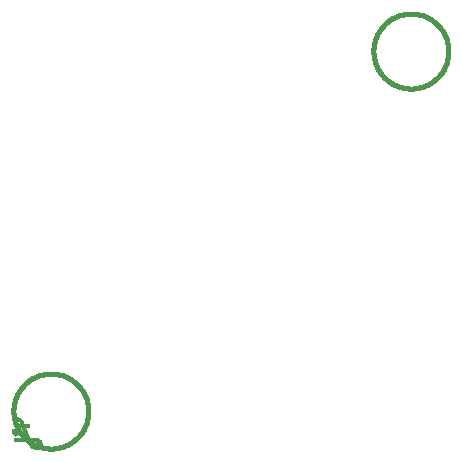
<source format=gbo>
G75*
%MOIN*%
%OFA0B0*%
%FSLAX25Y25*%
%IPPOS*%
%LPD*%
%AMOC8*
5,1,8,0,0,1.08239X$1,22.5*
%
%ADD10C,0.01600*%
%ADD11R,0.02100X0.00350*%
%ADD12R,0.04200X0.00350*%
%ADD13R,0.01750X0.00350*%
%ADD14R,0.06650X0.00350*%
%ADD15R,0.04900X0.00350*%
%ADD16R,0.02450X0.00350*%
%ADD17R,0.07000X0.00350*%
%ADD18R,0.05600X0.00350*%
%ADD19R,0.02800X0.00350*%
%ADD20R,0.00350X0.00350*%
%ADD21R,0.03150X0.00350*%
%ADD22R,0.03500X0.00350*%
%ADD23R,0.06300X0.00350*%
%ADD24R,0.01400X0.00350*%
%ADD25R,0.11200X0.00350*%
%ADD26R,0.05950X0.00350*%
%ADD27R,0.05250X0.00350*%
%ADD28R,0.07700X0.00350*%
%ADD29R,0.17150X0.00350*%
%ADD30R,0.09100X0.00350*%
%ADD31R,0.07350X0.00350*%
%ADD32R,0.18200X0.00350*%
%ADD33R,0.09450X0.00350*%
%ADD34R,0.08050X0.00350*%
%ADD35R,0.18900X0.00350*%
%ADD36R,0.03850X0.00350*%
%ADD37R,0.09800X0.00350*%
%ADD38R,0.19250X0.00350*%
%ADD39R,0.08400X0.00350*%
%ADD40R,0.19600X0.00350*%
%ADD41R,0.10150X0.00350*%
%ADD42R,0.08750X0.00350*%
%ADD43R,0.19950X0.00350*%
%ADD44R,0.20300X0.00350*%
%ADD45R,0.10500X0.00350*%
%ADD46R,0.04550X0.00350*%
%ADD47R,0.00700X0.00350*%
%ADD48R,0.12950X0.00350*%
%ADD49R,0.21700X0.00350*%
%ADD50R,0.13300X0.00350*%
%ADD51R,0.12600X0.00350*%
%ADD52R,0.21350X0.00350*%
%ADD53R,0.21000X0.00350*%
%ADD54R,0.11900X0.00350*%
%ADD55R,0.00050X0.00050*%
%ADD56R,0.00200X0.00050*%
%ADD57R,0.01100X0.00050*%
%ADD58R,0.01450X0.00050*%
%ADD59R,0.01750X0.00050*%
%ADD60R,0.02000X0.00050*%
%ADD61R,0.02250X0.00050*%
%ADD62R,0.02400X0.00050*%
%ADD63R,0.02600X0.00050*%
%ADD64R,0.02750X0.00050*%
%ADD65R,0.02850X0.00050*%
%ADD66R,0.03000X0.00050*%
%ADD67R,0.03100X0.00050*%
%ADD68R,0.03200X0.00050*%
%ADD69R,0.03300X0.00050*%
%ADD70R,0.03450X0.00050*%
%ADD71R,0.03500X0.00050*%
%ADD72R,0.03650X0.00050*%
%ADD73R,0.03700X0.00050*%
%ADD74R,0.03750X0.00050*%
%ADD75R,0.03850X0.00050*%
%ADD76R,0.03900X0.00050*%
%ADD77R,0.04000X0.00050*%
%ADD78R,0.04050X0.00050*%
%ADD79R,0.04100X0.00050*%
%ADD80R,0.04200X0.00050*%
%ADD81R,0.01700X0.00050*%
%ADD82R,0.01950X0.00050*%
%ADD83R,0.01600X0.00050*%
%ADD84R,0.01850X0.00050*%
%ADD85R,0.01800X0.00050*%
%ADD86R,0.01500X0.00050*%
%ADD87R,0.01650X0.00050*%
%ADD88R,0.01400X0.00050*%
%ADD89R,0.01350X0.00050*%
%ADD90R,0.01550X0.00050*%
%ADD91R,0.01300X0.00050*%
%ADD92R,0.08550X0.00050*%
%ADD93R,0.08850X0.00050*%
%ADD94R,0.08950X0.00050*%
%ADD95R,0.09000X0.00050*%
%ADD96R,0.09050X0.00050*%
%ADD97R,0.08800X0.00050*%
%ADD98R,0.08750X0.00050*%
%ADD99R,0.08650X0.00050*%
%ADD100R,0.08600X0.00050*%
%ADD101R,0.08450X0.00050*%
%ADD102R,0.08350X0.00050*%
%ADD103R,0.08150X0.00050*%
%ADD104R,0.07850X0.00050*%
%ADD105R,0.07500X0.00050*%
%ADD106R,0.06600X0.00050*%
%ADD107R,0.00100X0.00050*%
%ADD108R,0.00300X0.00050*%
%ADD109R,0.00400X0.00050*%
%ADD110R,0.00500X0.00050*%
%ADD111R,0.00600X0.00050*%
%ADD112R,0.00700X0.00050*%
%ADD113R,0.00900X0.00050*%
%ADD114R,0.01000X0.00050*%
%ADD115R,0.01200X0.00050*%
%ADD116R,0.01900X0.00050*%
%ADD117R,0.02100X0.00050*%
%ADD118R,0.02200X0.00050*%
%ADD119R,0.02300X0.00050*%
%ADD120R,0.02500X0.00050*%
%ADD121R,0.02650X0.00050*%
%ADD122R,0.02700X0.00050*%
%ADD123R,0.02800X0.00050*%
%ADD124R,0.01250X0.00050*%
%ADD125R,0.01150X0.00050*%
%ADD126R,0.01050X0.00050*%
%ADD127R,0.00950X0.00050*%
%ADD128R,0.00850X0.00050*%
%ADD129R,0.00650X0.00050*%
%ADD130R,0.00450X0.00050*%
%ADD131R,0.03400X0.00050*%
%ADD132R,0.03800X0.00050*%
%ADD133R,0.04350X0.00050*%
%ADD134R,0.04450X0.00050*%
%ADD135R,0.04550X0.00050*%
%ADD136R,0.04650X0.00050*%
%ADD137R,0.04750X0.00050*%
%ADD138R,0.04850X0.00050*%
%ADD139R,0.04950X0.00050*%
%ADD140R,0.05000X0.00050*%
%ADD141R,0.05050X0.00050*%
%ADD142R,0.04900X0.00050*%
%ADD143R,0.04700X0.00050*%
%ADD144R,0.03250X0.00050*%
%ADD145R,0.03150X0.00050*%
%ADD146R,0.03050X0.00050*%
%ADD147R,0.02950X0.00050*%
%ADD148R,0.02550X0.00050*%
D10*
X0033878Y0043933D02*
X0033882Y0044240D01*
X0033893Y0044546D01*
X0033912Y0044853D01*
X0033938Y0045158D01*
X0033972Y0045463D01*
X0034013Y0045767D01*
X0034062Y0046070D01*
X0034118Y0046372D01*
X0034182Y0046672D01*
X0034253Y0046970D01*
X0034331Y0047267D01*
X0034416Y0047562D01*
X0034509Y0047854D01*
X0034609Y0048144D01*
X0034716Y0048432D01*
X0034830Y0048717D01*
X0034950Y0048999D01*
X0035078Y0049277D01*
X0035213Y0049553D01*
X0035354Y0049825D01*
X0035502Y0050094D01*
X0035656Y0050359D01*
X0035817Y0050620D01*
X0035985Y0050878D01*
X0036158Y0051131D01*
X0036338Y0051379D01*
X0036524Y0051623D01*
X0036715Y0051863D01*
X0036913Y0052098D01*
X0037116Y0052327D01*
X0037325Y0052552D01*
X0037539Y0052772D01*
X0037759Y0052986D01*
X0037984Y0053195D01*
X0038213Y0053398D01*
X0038448Y0053596D01*
X0038688Y0053787D01*
X0038932Y0053973D01*
X0039180Y0054153D01*
X0039433Y0054326D01*
X0039691Y0054494D01*
X0039952Y0054655D01*
X0040217Y0054809D01*
X0040486Y0054957D01*
X0040758Y0055098D01*
X0041034Y0055233D01*
X0041312Y0055361D01*
X0041594Y0055481D01*
X0041879Y0055595D01*
X0042167Y0055702D01*
X0042457Y0055802D01*
X0042749Y0055895D01*
X0043044Y0055980D01*
X0043341Y0056058D01*
X0043639Y0056129D01*
X0043939Y0056193D01*
X0044241Y0056249D01*
X0044544Y0056298D01*
X0044848Y0056339D01*
X0045153Y0056373D01*
X0045458Y0056399D01*
X0045765Y0056418D01*
X0046071Y0056429D01*
X0046378Y0056433D01*
X0046685Y0056429D01*
X0046991Y0056418D01*
X0047298Y0056399D01*
X0047603Y0056373D01*
X0047908Y0056339D01*
X0048212Y0056298D01*
X0048515Y0056249D01*
X0048817Y0056193D01*
X0049117Y0056129D01*
X0049415Y0056058D01*
X0049712Y0055980D01*
X0050007Y0055895D01*
X0050299Y0055802D01*
X0050589Y0055702D01*
X0050877Y0055595D01*
X0051162Y0055481D01*
X0051444Y0055361D01*
X0051722Y0055233D01*
X0051998Y0055098D01*
X0052270Y0054957D01*
X0052539Y0054809D01*
X0052804Y0054655D01*
X0053065Y0054494D01*
X0053323Y0054326D01*
X0053576Y0054153D01*
X0053824Y0053973D01*
X0054068Y0053787D01*
X0054308Y0053596D01*
X0054543Y0053398D01*
X0054772Y0053195D01*
X0054997Y0052986D01*
X0055217Y0052772D01*
X0055431Y0052552D01*
X0055640Y0052327D01*
X0055843Y0052098D01*
X0056041Y0051863D01*
X0056232Y0051623D01*
X0056418Y0051379D01*
X0056598Y0051131D01*
X0056771Y0050878D01*
X0056939Y0050620D01*
X0057100Y0050359D01*
X0057254Y0050094D01*
X0057402Y0049825D01*
X0057543Y0049553D01*
X0057678Y0049277D01*
X0057806Y0048999D01*
X0057926Y0048717D01*
X0058040Y0048432D01*
X0058147Y0048144D01*
X0058247Y0047854D01*
X0058340Y0047562D01*
X0058425Y0047267D01*
X0058503Y0046970D01*
X0058574Y0046672D01*
X0058638Y0046372D01*
X0058694Y0046070D01*
X0058743Y0045767D01*
X0058784Y0045463D01*
X0058818Y0045158D01*
X0058844Y0044853D01*
X0058863Y0044546D01*
X0058874Y0044240D01*
X0058878Y0043933D01*
X0058874Y0043626D01*
X0058863Y0043320D01*
X0058844Y0043013D01*
X0058818Y0042708D01*
X0058784Y0042403D01*
X0058743Y0042099D01*
X0058694Y0041796D01*
X0058638Y0041494D01*
X0058574Y0041194D01*
X0058503Y0040896D01*
X0058425Y0040599D01*
X0058340Y0040304D01*
X0058247Y0040012D01*
X0058147Y0039722D01*
X0058040Y0039434D01*
X0057926Y0039149D01*
X0057806Y0038867D01*
X0057678Y0038589D01*
X0057543Y0038313D01*
X0057402Y0038041D01*
X0057254Y0037772D01*
X0057100Y0037507D01*
X0056939Y0037246D01*
X0056771Y0036988D01*
X0056598Y0036735D01*
X0056418Y0036487D01*
X0056232Y0036243D01*
X0056041Y0036003D01*
X0055843Y0035768D01*
X0055640Y0035539D01*
X0055431Y0035314D01*
X0055217Y0035094D01*
X0054997Y0034880D01*
X0054772Y0034671D01*
X0054543Y0034468D01*
X0054308Y0034270D01*
X0054068Y0034079D01*
X0053824Y0033893D01*
X0053576Y0033713D01*
X0053323Y0033540D01*
X0053065Y0033372D01*
X0052804Y0033211D01*
X0052539Y0033057D01*
X0052270Y0032909D01*
X0051998Y0032768D01*
X0051722Y0032633D01*
X0051444Y0032505D01*
X0051162Y0032385D01*
X0050877Y0032271D01*
X0050589Y0032164D01*
X0050299Y0032064D01*
X0050007Y0031971D01*
X0049712Y0031886D01*
X0049415Y0031808D01*
X0049117Y0031737D01*
X0048817Y0031673D01*
X0048515Y0031617D01*
X0048212Y0031568D01*
X0047908Y0031527D01*
X0047603Y0031493D01*
X0047298Y0031467D01*
X0046991Y0031448D01*
X0046685Y0031437D01*
X0046378Y0031433D01*
X0046071Y0031437D01*
X0045765Y0031448D01*
X0045458Y0031467D01*
X0045153Y0031493D01*
X0044848Y0031527D01*
X0044544Y0031568D01*
X0044241Y0031617D01*
X0043939Y0031673D01*
X0043639Y0031737D01*
X0043341Y0031808D01*
X0043044Y0031886D01*
X0042749Y0031971D01*
X0042457Y0032064D01*
X0042167Y0032164D01*
X0041879Y0032271D01*
X0041594Y0032385D01*
X0041312Y0032505D01*
X0041034Y0032633D01*
X0040758Y0032768D01*
X0040486Y0032909D01*
X0040217Y0033057D01*
X0039952Y0033211D01*
X0039691Y0033372D01*
X0039433Y0033540D01*
X0039180Y0033713D01*
X0038932Y0033893D01*
X0038688Y0034079D01*
X0038448Y0034270D01*
X0038213Y0034468D01*
X0037984Y0034671D01*
X0037759Y0034880D01*
X0037539Y0035094D01*
X0037325Y0035314D01*
X0037116Y0035539D01*
X0036913Y0035768D01*
X0036715Y0036003D01*
X0036524Y0036243D01*
X0036338Y0036487D01*
X0036158Y0036735D01*
X0035985Y0036988D01*
X0035817Y0037246D01*
X0035656Y0037507D01*
X0035502Y0037772D01*
X0035354Y0038041D01*
X0035213Y0038313D01*
X0035078Y0038589D01*
X0034950Y0038867D01*
X0034830Y0039149D01*
X0034716Y0039434D01*
X0034609Y0039722D01*
X0034509Y0040012D01*
X0034416Y0040304D01*
X0034331Y0040599D01*
X0034253Y0040896D01*
X0034182Y0041194D01*
X0034118Y0041494D01*
X0034062Y0041796D01*
X0034013Y0042099D01*
X0033972Y0042403D01*
X0033938Y0042708D01*
X0033912Y0043013D01*
X0033893Y0043320D01*
X0033882Y0043626D01*
X0033878Y0043933D01*
X0153878Y0163933D02*
X0153882Y0164240D01*
X0153893Y0164546D01*
X0153912Y0164853D01*
X0153938Y0165158D01*
X0153972Y0165463D01*
X0154013Y0165767D01*
X0154062Y0166070D01*
X0154118Y0166372D01*
X0154182Y0166672D01*
X0154253Y0166970D01*
X0154331Y0167267D01*
X0154416Y0167562D01*
X0154509Y0167854D01*
X0154609Y0168144D01*
X0154716Y0168432D01*
X0154830Y0168717D01*
X0154950Y0168999D01*
X0155078Y0169277D01*
X0155213Y0169553D01*
X0155354Y0169825D01*
X0155502Y0170094D01*
X0155656Y0170359D01*
X0155817Y0170620D01*
X0155985Y0170878D01*
X0156158Y0171131D01*
X0156338Y0171379D01*
X0156524Y0171623D01*
X0156715Y0171863D01*
X0156913Y0172098D01*
X0157116Y0172327D01*
X0157325Y0172552D01*
X0157539Y0172772D01*
X0157759Y0172986D01*
X0157984Y0173195D01*
X0158213Y0173398D01*
X0158448Y0173596D01*
X0158688Y0173787D01*
X0158932Y0173973D01*
X0159180Y0174153D01*
X0159433Y0174326D01*
X0159691Y0174494D01*
X0159952Y0174655D01*
X0160217Y0174809D01*
X0160486Y0174957D01*
X0160758Y0175098D01*
X0161034Y0175233D01*
X0161312Y0175361D01*
X0161594Y0175481D01*
X0161879Y0175595D01*
X0162167Y0175702D01*
X0162457Y0175802D01*
X0162749Y0175895D01*
X0163044Y0175980D01*
X0163341Y0176058D01*
X0163639Y0176129D01*
X0163939Y0176193D01*
X0164241Y0176249D01*
X0164544Y0176298D01*
X0164848Y0176339D01*
X0165153Y0176373D01*
X0165458Y0176399D01*
X0165765Y0176418D01*
X0166071Y0176429D01*
X0166378Y0176433D01*
X0166685Y0176429D01*
X0166991Y0176418D01*
X0167298Y0176399D01*
X0167603Y0176373D01*
X0167908Y0176339D01*
X0168212Y0176298D01*
X0168515Y0176249D01*
X0168817Y0176193D01*
X0169117Y0176129D01*
X0169415Y0176058D01*
X0169712Y0175980D01*
X0170007Y0175895D01*
X0170299Y0175802D01*
X0170589Y0175702D01*
X0170877Y0175595D01*
X0171162Y0175481D01*
X0171444Y0175361D01*
X0171722Y0175233D01*
X0171998Y0175098D01*
X0172270Y0174957D01*
X0172539Y0174809D01*
X0172804Y0174655D01*
X0173065Y0174494D01*
X0173323Y0174326D01*
X0173576Y0174153D01*
X0173824Y0173973D01*
X0174068Y0173787D01*
X0174308Y0173596D01*
X0174543Y0173398D01*
X0174772Y0173195D01*
X0174997Y0172986D01*
X0175217Y0172772D01*
X0175431Y0172552D01*
X0175640Y0172327D01*
X0175843Y0172098D01*
X0176041Y0171863D01*
X0176232Y0171623D01*
X0176418Y0171379D01*
X0176598Y0171131D01*
X0176771Y0170878D01*
X0176939Y0170620D01*
X0177100Y0170359D01*
X0177254Y0170094D01*
X0177402Y0169825D01*
X0177543Y0169553D01*
X0177678Y0169277D01*
X0177806Y0168999D01*
X0177926Y0168717D01*
X0178040Y0168432D01*
X0178147Y0168144D01*
X0178247Y0167854D01*
X0178340Y0167562D01*
X0178425Y0167267D01*
X0178503Y0166970D01*
X0178574Y0166672D01*
X0178638Y0166372D01*
X0178694Y0166070D01*
X0178743Y0165767D01*
X0178784Y0165463D01*
X0178818Y0165158D01*
X0178844Y0164853D01*
X0178863Y0164546D01*
X0178874Y0164240D01*
X0178878Y0163933D01*
X0178874Y0163626D01*
X0178863Y0163320D01*
X0178844Y0163013D01*
X0178818Y0162708D01*
X0178784Y0162403D01*
X0178743Y0162099D01*
X0178694Y0161796D01*
X0178638Y0161494D01*
X0178574Y0161194D01*
X0178503Y0160896D01*
X0178425Y0160599D01*
X0178340Y0160304D01*
X0178247Y0160012D01*
X0178147Y0159722D01*
X0178040Y0159434D01*
X0177926Y0159149D01*
X0177806Y0158867D01*
X0177678Y0158589D01*
X0177543Y0158313D01*
X0177402Y0158041D01*
X0177254Y0157772D01*
X0177100Y0157507D01*
X0176939Y0157246D01*
X0176771Y0156988D01*
X0176598Y0156735D01*
X0176418Y0156487D01*
X0176232Y0156243D01*
X0176041Y0156003D01*
X0175843Y0155768D01*
X0175640Y0155539D01*
X0175431Y0155314D01*
X0175217Y0155094D01*
X0174997Y0154880D01*
X0174772Y0154671D01*
X0174543Y0154468D01*
X0174308Y0154270D01*
X0174068Y0154079D01*
X0173824Y0153893D01*
X0173576Y0153713D01*
X0173323Y0153540D01*
X0173065Y0153372D01*
X0172804Y0153211D01*
X0172539Y0153057D01*
X0172270Y0152909D01*
X0171998Y0152768D01*
X0171722Y0152633D01*
X0171444Y0152505D01*
X0171162Y0152385D01*
X0170877Y0152271D01*
X0170589Y0152164D01*
X0170299Y0152064D01*
X0170007Y0151971D01*
X0169712Y0151886D01*
X0169415Y0151808D01*
X0169117Y0151737D01*
X0168817Y0151673D01*
X0168515Y0151617D01*
X0168212Y0151568D01*
X0167908Y0151527D01*
X0167603Y0151493D01*
X0167298Y0151467D01*
X0166991Y0151448D01*
X0166685Y0151437D01*
X0166378Y0151433D01*
X0166071Y0151437D01*
X0165765Y0151448D01*
X0165458Y0151467D01*
X0165153Y0151493D01*
X0164848Y0151527D01*
X0164544Y0151568D01*
X0164241Y0151617D01*
X0163939Y0151673D01*
X0163639Y0151737D01*
X0163341Y0151808D01*
X0163044Y0151886D01*
X0162749Y0151971D01*
X0162457Y0152064D01*
X0162167Y0152164D01*
X0161879Y0152271D01*
X0161594Y0152385D01*
X0161312Y0152505D01*
X0161034Y0152633D01*
X0160758Y0152768D01*
X0160486Y0152909D01*
X0160217Y0153057D01*
X0159952Y0153211D01*
X0159691Y0153372D01*
X0159433Y0153540D01*
X0159180Y0153713D01*
X0158932Y0153893D01*
X0158688Y0154079D01*
X0158448Y0154270D01*
X0158213Y0154468D01*
X0157984Y0154671D01*
X0157759Y0154880D01*
X0157539Y0155094D01*
X0157325Y0155314D01*
X0157116Y0155539D01*
X0156913Y0155768D01*
X0156715Y0156003D01*
X0156524Y0156243D01*
X0156338Y0156487D01*
X0156158Y0156735D01*
X0155985Y0156988D01*
X0155817Y0157246D01*
X0155656Y0157507D01*
X0155502Y0157772D01*
X0155354Y0158041D01*
X0155213Y0158313D01*
X0155078Y0158589D01*
X0154950Y0158867D01*
X0154830Y0159149D01*
X0154716Y0159434D01*
X0154609Y0159722D01*
X0154509Y0160012D01*
X0154416Y0160304D01*
X0154331Y0160599D01*
X0154253Y0160896D01*
X0154182Y0161194D01*
X0154118Y0161494D01*
X0154062Y0161796D01*
X0154013Y0162099D01*
X0153972Y0162403D01*
X0153938Y0162708D01*
X0153912Y0163013D01*
X0153893Y0163320D01*
X0153882Y0163626D01*
X0153878Y0163933D01*
D11*
X0089553Y0128933D03*
X0088153Y0104783D03*
X0090253Y0103033D03*
X0090603Y0102683D03*
X0090603Y0101983D03*
X0090953Y0101633D03*
X0090953Y0101283D03*
X0090953Y0100933D03*
X0090953Y0100583D03*
X0090953Y0100233D03*
X0090953Y0099883D03*
X0090953Y0099533D03*
X0090603Y0099183D03*
X0090603Y0098833D03*
X0090253Y0098483D03*
X0088153Y0096733D03*
X0085703Y0098833D03*
X0085703Y0099183D03*
X0085353Y0099533D03*
X0085353Y0099883D03*
X0085353Y0100233D03*
X0085353Y0100583D03*
X0085353Y0100933D03*
X0085353Y0101283D03*
X0085353Y0101633D03*
X0085703Y0102333D03*
X0085703Y0102683D03*
X0081853Y0102333D03*
X0081853Y0101983D03*
X0081853Y0101633D03*
X0081853Y0101283D03*
X0081853Y0100933D03*
X0081853Y0100583D03*
X0081853Y0100233D03*
X0081853Y0099883D03*
X0081853Y0099533D03*
X0081853Y0099183D03*
X0081853Y0098833D03*
X0081853Y0098483D03*
X0081853Y0098133D03*
X0081853Y0097783D03*
X0081853Y0097433D03*
X0081853Y0097083D03*
X0076953Y0097083D03*
X0076953Y0097433D03*
X0076953Y0097783D03*
X0076953Y0098133D03*
X0076953Y0098483D03*
X0076953Y0098833D03*
X0076953Y0099183D03*
X0076953Y0099533D03*
X0076953Y0099883D03*
X0076953Y0100233D03*
X0076953Y0100583D03*
X0076953Y0100933D03*
X0076953Y0101283D03*
X0076953Y0101633D03*
X0076953Y0101983D03*
X0076953Y0102333D03*
X0073803Y0104783D03*
X0072403Y0102683D03*
X0072403Y0102333D03*
X0072403Y0101983D03*
X0072403Y0101633D03*
X0072403Y0101283D03*
X0072403Y0100933D03*
X0072403Y0100583D03*
X0072403Y0100233D03*
X0072403Y0099883D03*
X0072403Y0099533D03*
X0072403Y0099183D03*
X0072403Y0098833D03*
X0072403Y0098483D03*
X0072403Y0098133D03*
X0072403Y0097783D03*
X0072403Y0097433D03*
X0072403Y0097083D03*
X0081853Y0104083D03*
X0081853Y0104433D03*
X0094103Y0102683D03*
X0094103Y0102333D03*
X0094453Y0103033D03*
X0094103Y0099183D03*
X0094103Y0098833D03*
X0094453Y0098483D03*
X0096553Y0096733D03*
X0099003Y0098833D03*
X0099003Y0099183D03*
X0099353Y0099533D03*
X0099353Y0099883D03*
X0099353Y0100233D03*
X0099353Y0100583D03*
X0099353Y0100933D03*
X0099353Y0101283D03*
X0099353Y0101633D03*
X0099003Y0101983D03*
X0099003Y0102333D03*
X0099003Y0102683D03*
X0102853Y0098483D03*
X0102853Y0097783D03*
X0102853Y0097083D03*
X0107403Y0100233D03*
X0107053Y0100933D03*
X0107053Y0101633D03*
X0106703Y0101983D03*
X0106703Y0102683D03*
X0106703Y0103033D03*
X0106353Y0103383D03*
X0106353Y0103733D03*
X0106353Y0104083D03*
X0110903Y0103733D03*
X0110903Y0104433D03*
X0115103Y0102683D03*
X0115103Y0101983D03*
X0114753Y0101633D03*
X0114753Y0101283D03*
X0114403Y0100233D03*
X0114403Y0099883D03*
X0113353Y0097083D03*
X0108453Y0097083D03*
X0115453Y0103383D03*
X0115453Y0103733D03*
X0115453Y0104083D03*
X0118953Y0102683D03*
X0118953Y0102333D03*
X0118603Y0101633D03*
X0118603Y0101283D03*
X0118603Y0100933D03*
X0118603Y0100583D03*
X0118603Y0100233D03*
X0118603Y0099883D03*
X0118603Y0099533D03*
X0118953Y0099183D03*
X0118953Y0098833D03*
X0121403Y0096733D03*
X0123853Y0098833D03*
X0123853Y0099183D03*
X0124203Y0099533D03*
X0124203Y0099883D03*
X0124203Y0100233D03*
X0124203Y0100583D03*
X0124203Y0100933D03*
X0124203Y0101283D03*
X0124203Y0101633D03*
X0123853Y0101983D03*
X0123853Y0102683D03*
X0121403Y0104783D03*
X0127003Y0104433D03*
X0129803Y0104433D03*
X0129803Y0104083D03*
X0129803Y0101633D03*
X0129803Y0101283D03*
X0129803Y0100933D03*
X0129803Y0100583D03*
X0129803Y0100233D03*
X0129803Y0099883D03*
X0129803Y0099533D03*
X0129803Y0099183D03*
X0129803Y0098833D03*
X0129803Y0098483D03*
X0129803Y0098133D03*
X0129803Y0097783D03*
X0129803Y0097433D03*
X0129803Y0097083D03*
X0135403Y0097083D03*
X0135403Y0097433D03*
X0135403Y0097783D03*
X0135403Y0098133D03*
X0135403Y0098483D03*
X0135403Y0098833D03*
X0135403Y0099183D03*
X0135403Y0099533D03*
X0135403Y0099883D03*
X0135403Y0100233D03*
X0135403Y0100583D03*
X0135403Y0100933D03*
X0135403Y0101283D03*
X0135403Y0101633D03*
X0135403Y0104083D03*
X0135403Y0104433D03*
X0132603Y0104433D03*
X0138903Y0103033D03*
X0138903Y0102683D03*
X0138903Y0102333D03*
X0138903Y0100583D03*
X0138903Y0100233D03*
X0138903Y0099883D03*
X0138903Y0099533D03*
X0138903Y0099183D03*
X0143803Y0099883D03*
X0144153Y0099533D03*
X0144153Y0099183D03*
X0144153Y0098833D03*
X0144153Y0098483D03*
X0142403Y0096733D03*
X0143803Y0102683D03*
X0143803Y0103033D03*
D12*
X0142403Y0100583D03*
X0142403Y0097083D03*
X0121403Y0097083D03*
X0121403Y0104433D03*
X0125253Y0116683D03*
X0125603Y0117033D03*
X0125953Y0117733D03*
X0126303Y0118433D03*
X0126653Y0119133D03*
X0127003Y0119483D03*
X0127003Y0119833D03*
X0127353Y0120183D03*
X0127353Y0120533D03*
X0127703Y0120883D03*
X0128053Y0121583D03*
X0128403Y0122283D03*
X0128753Y0122633D03*
X0128753Y0122983D03*
X0129103Y0123333D03*
X0129103Y0123683D03*
X0119653Y0131033D03*
X0110203Y0124033D03*
X0110203Y0123683D03*
X0109853Y0123333D03*
X0109853Y0122983D03*
X0109503Y0122633D03*
X0109153Y0121933D03*
X0109153Y0121583D03*
X0108803Y0121233D03*
X0108453Y0120533D03*
X0108103Y0119833D03*
X0107753Y0119483D03*
X0107753Y0119133D03*
X0107403Y0118783D03*
X0107403Y0118433D03*
X0107053Y0118083D03*
X0107053Y0117733D03*
X0106703Y0117383D03*
X0089903Y0116683D03*
X0080453Y0118783D03*
X0079753Y0116683D03*
X0081153Y0122283D03*
X0082203Y0127533D03*
X0073453Y0126483D03*
X0073103Y0128233D03*
X0073803Y0124733D03*
X0066453Y0121933D03*
X0066103Y0120183D03*
X0065403Y0116683D03*
X0060853Y0116683D03*
X0060503Y0117733D03*
X0058753Y0126833D03*
X0073803Y0104083D03*
X0078353Y0104083D03*
X0088153Y0104433D03*
X0088153Y0097083D03*
X0096553Y0097083D03*
X0096553Y0104433D03*
X0100753Y0131033D03*
X0146603Y0122283D03*
X0146253Y0120533D03*
X0145203Y0116683D03*
X0155003Y0129983D03*
X0154653Y0131033D03*
D13*
X0158678Y0112833D03*
X0138728Y0097083D03*
X0118778Y0101983D03*
X0114928Y0102333D03*
X0114578Y0100933D03*
X0114578Y0100583D03*
X0112128Y0100583D03*
X0112128Y0100233D03*
X0112128Y0099883D03*
X0109678Y0099883D03*
X0109678Y0100233D03*
X0109678Y0100583D03*
X0110028Y0101633D03*
X0107228Y0101283D03*
X0107228Y0100583D03*
X0107578Y0099883D03*
X0106878Y0102333D03*
X0093928Y0099533D03*
X0085528Y0101983D03*
X0100928Y0118783D03*
X0057528Y0134883D03*
D14*
X0070478Y0133833D03*
X0063128Y0113533D03*
X0077828Y0113533D03*
X0141178Y0097433D03*
X0151678Y0134533D03*
D15*
X0134003Y0103733D03*
X0134003Y0103383D03*
X0128403Y0103383D03*
X0128403Y0103733D03*
X0121403Y0104083D03*
X0121403Y0097433D03*
X0140303Y0101283D03*
X0096553Y0097433D03*
X0088153Y0097433D03*
X0088153Y0104083D03*
D16*
X0085878Y0103033D03*
X0081678Y0102683D03*
X0076778Y0102683D03*
X0072578Y0103033D03*
X0085878Y0098483D03*
X0090078Y0098133D03*
X0090778Y0102333D03*
X0094628Y0103383D03*
X0096728Y0104783D03*
X0098828Y0103033D03*
X0098828Y0098483D03*
X0098478Y0098133D03*
X0103028Y0098133D03*
X0103028Y0097433D03*
X0103028Y0098833D03*
X0108628Y0097433D03*
X0113178Y0097433D03*
X0115278Y0103033D03*
X0115628Y0104433D03*
X0119128Y0103033D03*
X0119128Y0098483D03*
X0123328Y0098133D03*
X0123678Y0098483D03*
X0124028Y0102333D03*
X0123678Y0103033D03*
X0127178Y0104083D03*
X0129628Y0102333D03*
X0129628Y0101983D03*
X0132778Y0104083D03*
X0135228Y0102333D03*
X0135228Y0101983D03*
X0139078Y0101983D03*
X0139078Y0103383D03*
X0143278Y0103383D03*
X0139078Y0098833D03*
X0158678Y0113183D03*
X0110728Y0104083D03*
X0106178Y0104433D03*
X0057528Y0134533D03*
D17*
X0070303Y0133483D03*
X0077653Y0113883D03*
X0141353Y0097783D03*
D18*
X0121403Y0097783D03*
X0121403Y0103733D03*
X0096553Y0103733D03*
X0096553Y0097783D03*
X0088153Y0097783D03*
X0088153Y0103733D03*
X0077653Y0113183D03*
X0062953Y0113183D03*
D19*
X0076953Y0103033D03*
X0078353Y0104433D03*
X0081503Y0103033D03*
X0086403Y0098133D03*
X0089903Y0103383D03*
X0098303Y0103383D03*
X0094803Y0098133D03*
X0108453Y0098133D03*
X0108453Y0097783D03*
X0108453Y0098483D03*
X0113353Y0098483D03*
X0113353Y0098133D03*
X0113353Y0097783D03*
X0110903Y0102333D03*
X0110903Y0102683D03*
X0110903Y0103033D03*
X0110903Y0103383D03*
X0119653Y0098133D03*
X0123153Y0103383D03*
X0139253Y0098483D03*
X0143803Y0098133D03*
X0101103Y0119133D03*
X0089553Y0128583D03*
D20*
X0089728Y0129283D03*
X0089728Y0131033D03*
X0089028Y0131033D03*
X0088328Y0131033D03*
X0087628Y0131033D03*
X0086928Y0131033D03*
X0086228Y0131033D03*
X0085528Y0131033D03*
X0090428Y0131033D03*
X0091128Y0131033D03*
X0091828Y0131033D03*
X0092528Y0131033D03*
X0093228Y0131033D03*
X0093928Y0131033D03*
X0094628Y0131033D03*
X0095328Y0131033D03*
X0096028Y0131033D03*
X0096728Y0131033D03*
X0097428Y0131033D03*
X0098128Y0131033D03*
X0112828Y0131033D03*
X0113528Y0131033D03*
X0114228Y0131033D03*
X0114928Y0131033D03*
X0115628Y0131033D03*
X0116328Y0131033D03*
X0117028Y0131033D03*
X0132428Y0131033D03*
X0133128Y0131033D03*
X0133828Y0131033D03*
X0134528Y0131033D03*
X0135228Y0131033D03*
X0135928Y0131033D03*
X0151328Y0131033D03*
X0152028Y0131033D03*
X0142578Y0116683D03*
X0141878Y0116683D03*
X0141178Y0116683D03*
X0122628Y0116683D03*
X0103378Y0116683D03*
X0102678Y0116683D03*
X0101978Y0116683D03*
X0101278Y0116683D03*
X0100578Y0116683D03*
X0099878Y0116683D03*
X0098128Y0116683D03*
X0097428Y0116683D03*
X0095678Y0116683D03*
X0094978Y0116683D03*
X0093228Y0116683D03*
X0092528Y0116683D03*
X0096378Y0103383D03*
X0093928Y0101983D03*
X0093228Y0101983D03*
X0096728Y0098133D03*
X0102328Y0099183D03*
X0103028Y0099183D03*
X0103728Y0099183D03*
X0088328Y0098133D03*
X0079228Y0104783D03*
X0121578Y0098133D03*
X0126128Y0103033D03*
X0126828Y0103033D03*
X0131728Y0103033D03*
X0132428Y0103033D03*
X0141528Y0098133D03*
X0143278Y0101283D03*
D21*
X0143278Y0100233D03*
X0139428Y0101633D03*
X0141178Y0104783D03*
X0134878Y0102683D03*
X0129278Y0102683D03*
X0119828Y0103383D03*
X0139428Y0098133D03*
X0158678Y0113533D03*
X0100928Y0119483D03*
X0089728Y0128233D03*
X0086578Y0103383D03*
X0073978Y0104433D03*
X0057528Y0134183D03*
D22*
X0057353Y0133833D03*
X0058403Y0128233D03*
X0058753Y0126483D03*
X0059103Y0124733D03*
X0059453Y0123333D03*
X0059803Y0121233D03*
X0060503Y0118083D03*
X0060503Y0117383D03*
X0065753Y0118083D03*
X0066103Y0119833D03*
X0066453Y0121583D03*
X0073803Y0124383D03*
X0073453Y0126133D03*
X0073103Y0127883D03*
X0074153Y0122633D03*
X0074853Y0119133D03*
X0080453Y0118433D03*
X0080803Y0120183D03*
X0081153Y0121933D03*
X0081503Y0123683D03*
X0082203Y0127183D03*
X0082553Y0129633D03*
X0089553Y0127533D03*
X0089553Y0126483D03*
X0089553Y0125433D03*
X0089553Y0124033D03*
X0089553Y0122983D03*
X0089553Y0121583D03*
X0089553Y0120533D03*
X0089553Y0119483D03*
X0089553Y0118433D03*
X0089553Y0117383D03*
X0101103Y0123683D03*
X0101103Y0127183D03*
X0101103Y0129283D03*
X0119653Y0128933D03*
X0119653Y0127533D03*
X0119653Y0126133D03*
X0119653Y0124733D03*
X0119653Y0123333D03*
X0119653Y0121933D03*
X0119653Y0120533D03*
X0119653Y0119133D03*
X0119653Y0117733D03*
X0119653Y0117033D03*
X0129453Y0125083D03*
X0129453Y0125783D03*
X0129453Y0126483D03*
X0129453Y0127183D03*
X0129453Y0127883D03*
X0129453Y0128583D03*
X0129453Y0129283D03*
X0129453Y0129983D03*
X0129453Y0130683D03*
X0138553Y0129983D03*
X0138553Y0128933D03*
X0138553Y0128233D03*
X0138553Y0127183D03*
X0138553Y0126483D03*
X0138553Y0125433D03*
X0138553Y0124733D03*
X0138553Y0124033D03*
X0138553Y0123333D03*
X0138553Y0122283D03*
X0138553Y0121233D03*
X0138553Y0120533D03*
X0138553Y0119833D03*
X0138553Y0119133D03*
X0138553Y0118433D03*
X0138553Y0117383D03*
X0146603Y0121933D03*
X0157453Y0119833D03*
X0158853Y0113883D03*
X0134703Y0103033D03*
X0129103Y0103033D03*
X0113353Y0099533D03*
X0113353Y0099183D03*
X0113353Y0098833D03*
X0108453Y0098833D03*
X0108453Y0099183D03*
X0108453Y0099533D03*
X0110903Y0101283D03*
X0110903Y0101983D03*
X0119653Y0130333D03*
X0067853Y0129283D03*
X0067503Y0127533D03*
D23*
X0070303Y0134183D03*
X0122103Y0113183D03*
X0141353Y0103733D03*
X0141003Y0100933D03*
D24*
X0132253Y0104783D03*
X0126653Y0104783D03*
X0111953Y0101633D03*
X0111953Y0100933D03*
X0109853Y0100933D03*
X0078003Y0104783D03*
D25*
X0077303Y0103733D03*
X0077303Y0103383D03*
X0115103Y0134533D03*
X0134003Y0134533D03*
D26*
X0141178Y0104083D03*
D27*
X0141178Y0104433D03*
X0096378Y0104083D03*
X0070478Y0134533D03*
D28*
X0070303Y0132783D03*
X0070303Y0132083D03*
X0070303Y0131733D03*
X0062953Y0114583D03*
X0077653Y0114583D03*
X0077653Y0114233D03*
X0141703Y0113183D03*
X0151853Y0134183D03*
D29*
X0097428Y0113183D03*
D30*
X0122103Y0114933D03*
X0122453Y0115633D03*
X0141703Y0113533D03*
X0151853Y0132433D03*
X0151853Y0132783D03*
D31*
X0121928Y0113533D03*
X0070478Y0132433D03*
X0070478Y0133133D03*
X0063128Y0114233D03*
X0063128Y0113883D03*
D32*
X0097603Y0113533D03*
D33*
X0122278Y0115983D03*
X0122628Y0116333D03*
X0141878Y0113883D03*
X0151678Y0131383D03*
X0151678Y0131733D03*
X0151678Y0132083D03*
D34*
X0121928Y0114233D03*
X0121928Y0113883D03*
X0077828Y0114933D03*
X0077828Y0115283D03*
X0077828Y0115983D03*
X0063128Y0115633D03*
X0063128Y0115283D03*
X0063128Y0114933D03*
X0070478Y0131383D03*
D35*
X0097603Y0113883D03*
D36*
X0100928Y0119833D03*
X0100928Y0120183D03*
X0100928Y0120533D03*
X0100928Y0120883D03*
X0100928Y0121233D03*
X0100928Y0121583D03*
X0100928Y0121933D03*
X0100928Y0122283D03*
X0100928Y0122633D03*
X0100928Y0122983D03*
X0100928Y0123333D03*
X0100928Y0124033D03*
X0100928Y0124383D03*
X0100928Y0124733D03*
X0100928Y0125083D03*
X0100928Y0125433D03*
X0100928Y0125783D03*
X0100928Y0126133D03*
X0100928Y0126483D03*
X0100928Y0126833D03*
X0100928Y0127533D03*
X0100928Y0127883D03*
X0100928Y0128233D03*
X0100928Y0128583D03*
X0100928Y0128933D03*
X0100928Y0129633D03*
X0100928Y0129983D03*
X0100928Y0130333D03*
X0100928Y0130683D03*
X0110378Y0130683D03*
X0110378Y0130333D03*
X0110378Y0129983D03*
X0110378Y0129633D03*
X0110378Y0129283D03*
X0110378Y0128933D03*
X0110378Y0128583D03*
X0110378Y0128233D03*
X0110378Y0127883D03*
X0110378Y0127533D03*
X0110378Y0127183D03*
X0110378Y0126833D03*
X0110378Y0126483D03*
X0110378Y0126133D03*
X0110378Y0125783D03*
X0110378Y0125433D03*
X0110378Y0125083D03*
X0110378Y0124733D03*
X0110378Y0124383D03*
X0110378Y0131033D03*
X0119478Y0130683D03*
X0119478Y0129983D03*
X0119828Y0129633D03*
X0119478Y0129283D03*
X0119478Y0128583D03*
X0119828Y0128233D03*
X0119478Y0127883D03*
X0119478Y0127183D03*
X0119828Y0126833D03*
X0119478Y0126483D03*
X0119478Y0125783D03*
X0119828Y0125433D03*
X0119478Y0125083D03*
X0119478Y0124383D03*
X0119828Y0124033D03*
X0119478Y0123683D03*
X0119478Y0122983D03*
X0119828Y0122633D03*
X0119478Y0122283D03*
X0119478Y0121583D03*
X0119828Y0121233D03*
X0119478Y0120883D03*
X0119478Y0120183D03*
X0119828Y0119833D03*
X0119478Y0119483D03*
X0119478Y0118783D03*
X0119828Y0118433D03*
X0119478Y0118083D03*
X0119478Y0117383D03*
X0129278Y0124033D03*
X0129278Y0124383D03*
X0129278Y0124733D03*
X0129278Y0125433D03*
X0129278Y0126133D03*
X0129278Y0126833D03*
X0129278Y0127533D03*
X0129278Y0128233D03*
X0129278Y0128933D03*
X0129278Y0129633D03*
X0129278Y0130333D03*
X0138378Y0131033D03*
X0138728Y0130683D03*
X0138728Y0130333D03*
X0138728Y0129633D03*
X0138728Y0129283D03*
X0138728Y0128583D03*
X0138728Y0127883D03*
X0138728Y0127533D03*
X0138728Y0126833D03*
X0138728Y0126133D03*
X0138728Y0125783D03*
X0138728Y0125083D03*
X0138728Y0124383D03*
X0138728Y0123683D03*
X0138728Y0122983D03*
X0138728Y0122633D03*
X0138728Y0121933D03*
X0138728Y0121583D03*
X0138728Y0120883D03*
X0138728Y0120183D03*
X0138728Y0119483D03*
X0138728Y0118783D03*
X0138728Y0118083D03*
X0138728Y0117733D03*
X0138728Y0117033D03*
X0138728Y0116683D03*
X0145378Y0117033D03*
X0145378Y0117383D03*
X0145728Y0117733D03*
X0145728Y0118083D03*
X0145728Y0118433D03*
X0145728Y0118783D03*
X0146078Y0119133D03*
X0146078Y0119483D03*
X0146078Y0119833D03*
X0146078Y0120183D03*
X0146428Y0120883D03*
X0146428Y0121233D03*
X0146428Y0121583D03*
X0146778Y0122633D03*
X0146778Y0122983D03*
X0146778Y0123333D03*
X0147128Y0123683D03*
X0147128Y0124033D03*
X0147128Y0124383D03*
X0147128Y0124733D03*
X0147478Y0125083D03*
X0147478Y0125433D03*
X0147478Y0125783D03*
X0147478Y0126133D03*
X0147828Y0126483D03*
X0147828Y0126833D03*
X0147828Y0127183D03*
X0147828Y0127533D03*
X0148178Y0127883D03*
X0148178Y0128233D03*
X0148178Y0128583D03*
X0148178Y0128933D03*
X0148528Y0129283D03*
X0148528Y0129633D03*
X0148528Y0129983D03*
X0148528Y0130333D03*
X0148878Y0130683D03*
X0148878Y0131033D03*
X0154828Y0130683D03*
X0154828Y0130333D03*
X0155178Y0129633D03*
X0155178Y0129283D03*
X0155178Y0128933D03*
X0155178Y0128583D03*
X0155528Y0128233D03*
X0155528Y0127883D03*
X0155528Y0127533D03*
X0155528Y0127183D03*
X0155878Y0126833D03*
X0155878Y0126483D03*
X0155878Y0126133D03*
X0155878Y0125783D03*
X0156228Y0125433D03*
X0156228Y0125083D03*
X0156228Y0124733D03*
X0156228Y0124383D03*
X0156578Y0124033D03*
X0156578Y0123683D03*
X0156578Y0123333D03*
X0156578Y0122983D03*
X0156928Y0122633D03*
X0156928Y0122283D03*
X0156928Y0121933D03*
X0156928Y0121583D03*
X0157278Y0121233D03*
X0157278Y0120883D03*
X0157278Y0120533D03*
X0157278Y0120183D03*
X0157628Y0119483D03*
X0157628Y0119133D03*
X0157628Y0118783D03*
X0157628Y0118433D03*
X0157978Y0118083D03*
X0157978Y0117733D03*
X0157978Y0117383D03*
X0157978Y0117033D03*
X0158328Y0116683D03*
X0158328Y0116333D03*
X0158328Y0115983D03*
X0158328Y0115633D03*
X0158678Y0115283D03*
X0158678Y0114933D03*
X0158678Y0114583D03*
X0158678Y0114233D03*
X0089728Y0117033D03*
X0089728Y0117733D03*
X0089728Y0118083D03*
X0089728Y0118783D03*
X0089728Y0119133D03*
X0089728Y0119833D03*
X0089728Y0120183D03*
X0089728Y0120883D03*
X0089728Y0121233D03*
X0089728Y0121933D03*
X0089728Y0122283D03*
X0089728Y0122633D03*
X0089728Y0123333D03*
X0089728Y0123683D03*
X0089728Y0124383D03*
X0089728Y0124733D03*
X0089728Y0125083D03*
X0089728Y0125783D03*
X0089728Y0126133D03*
X0089728Y0126833D03*
X0089728Y0127183D03*
X0089728Y0127883D03*
X0082728Y0129283D03*
X0082378Y0128933D03*
X0082378Y0128583D03*
X0082378Y0128233D03*
X0082378Y0127883D03*
X0082028Y0126833D03*
X0082028Y0126483D03*
X0082028Y0126133D03*
X0082028Y0125783D03*
X0081678Y0125433D03*
X0081678Y0125083D03*
X0081678Y0124733D03*
X0081678Y0124383D03*
X0081678Y0124033D03*
X0081328Y0123333D03*
X0081328Y0122983D03*
X0081328Y0122633D03*
X0080978Y0121583D03*
X0080978Y0121233D03*
X0080978Y0120883D03*
X0080978Y0120533D03*
X0080628Y0119833D03*
X0080628Y0119483D03*
X0080628Y0119133D03*
X0080278Y0118083D03*
X0080278Y0117733D03*
X0080278Y0117383D03*
X0080278Y0117033D03*
X0075378Y0117033D03*
X0075378Y0116683D03*
X0075028Y0117383D03*
X0075028Y0117733D03*
X0075028Y0118083D03*
X0075028Y0118433D03*
X0075028Y0118783D03*
X0074678Y0119483D03*
X0074678Y0119833D03*
X0074678Y0120183D03*
X0074678Y0120533D03*
X0074328Y0120883D03*
X0074678Y0121233D03*
X0074328Y0121583D03*
X0074328Y0121933D03*
X0074328Y0122283D03*
X0073978Y0122983D03*
X0073978Y0123333D03*
X0073978Y0123683D03*
X0073978Y0124033D03*
X0073628Y0125083D03*
X0073628Y0125433D03*
X0073628Y0125783D03*
X0073278Y0126833D03*
X0073278Y0127183D03*
X0073278Y0127533D03*
X0072928Y0128583D03*
X0072928Y0128933D03*
X0072928Y0129283D03*
X0072928Y0129633D03*
X0072578Y0129983D03*
X0072578Y0130333D03*
X0072578Y0130683D03*
X0072578Y0131033D03*
X0068378Y0131033D03*
X0068378Y0130683D03*
X0068028Y0130333D03*
X0068028Y0129983D03*
X0068028Y0129633D03*
X0068028Y0128933D03*
X0067678Y0128583D03*
X0067678Y0128233D03*
X0067678Y0127883D03*
X0067678Y0127183D03*
X0067328Y0126833D03*
X0067328Y0126483D03*
X0067328Y0126133D03*
X0067328Y0125783D03*
X0067328Y0125433D03*
X0066978Y0125083D03*
X0066978Y0124733D03*
X0066978Y0124383D03*
X0066978Y0124033D03*
X0066978Y0123683D03*
X0066628Y0123333D03*
X0066628Y0122983D03*
X0066628Y0122633D03*
X0066628Y0122283D03*
X0066278Y0121233D03*
X0066278Y0120883D03*
X0066278Y0120533D03*
X0065928Y0119483D03*
X0065928Y0119133D03*
X0065928Y0118783D03*
X0065928Y0118433D03*
X0065578Y0117733D03*
X0065578Y0117383D03*
X0065578Y0117033D03*
X0060678Y0117033D03*
X0060328Y0118433D03*
X0060328Y0118783D03*
X0060328Y0119133D03*
X0059978Y0119483D03*
X0059978Y0119833D03*
X0059978Y0120183D03*
X0059978Y0120533D03*
X0059978Y0120883D03*
X0059628Y0121583D03*
X0059628Y0121933D03*
X0059628Y0122283D03*
X0059628Y0122633D03*
X0059278Y0122983D03*
X0059278Y0123683D03*
X0059278Y0124033D03*
X0059278Y0124383D03*
X0058928Y0125083D03*
X0058928Y0125433D03*
X0058928Y0125783D03*
X0058928Y0126133D03*
X0058578Y0127183D03*
X0058578Y0127533D03*
X0058578Y0127883D03*
X0058228Y0128583D03*
X0058228Y0128933D03*
X0058228Y0129283D03*
X0058228Y0129633D03*
X0058228Y0129983D03*
X0057878Y0130333D03*
X0057878Y0130683D03*
X0057878Y0131033D03*
X0057878Y0131383D03*
X0057878Y0131733D03*
X0057528Y0132083D03*
X0057528Y0132433D03*
X0057528Y0132783D03*
X0057528Y0133133D03*
X0057528Y0133483D03*
X0082728Y0130683D03*
X0082728Y0130333D03*
X0082728Y0129983D03*
X0083078Y0131033D03*
D37*
X0141703Y0114583D03*
X0141703Y0114233D03*
D38*
X0097428Y0114233D03*
X0092178Y0134533D03*
D39*
X0077653Y0116333D03*
X0077653Y0115633D03*
X0062953Y0115983D03*
X0062953Y0116333D03*
X0122103Y0114583D03*
X0151853Y0133483D03*
X0151853Y0133833D03*
D40*
X0097603Y0114933D03*
X0097603Y0114583D03*
D41*
X0141878Y0114933D03*
X0141878Y0115283D03*
X0141878Y0115633D03*
X0141878Y0115983D03*
D42*
X0122278Y0115283D03*
X0151678Y0133133D03*
D43*
X0097778Y0115633D03*
X0097778Y0115283D03*
D44*
X0097953Y0115983D03*
X0097953Y0116333D03*
X0092003Y0134183D03*
D45*
X0142053Y0116333D03*
D46*
X0128228Y0121933D03*
X0127878Y0121233D03*
X0126478Y0118783D03*
X0126128Y0118083D03*
X0125778Y0117383D03*
X0119828Y0116683D03*
X0109328Y0122283D03*
X0108628Y0120883D03*
X0108278Y0120183D03*
X0106528Y0117033D03*
X0106178Y0116683D03*
X0129628Y0131033D03*
D47*
X0099003Y0116683D03*
X0096553Y0116683D03*
X0094103Y0116683D03*
D48*
X0114928Y0131383D03*
X0114928Y0131733D03*
X0114928Y0132083D03*
X0114928Y0132783D03*
X0114928Y0133133D03*
X0133828Y0131733D03*
X0134178Y0131383D03*
X0134178Y0132083D03*
D49*
X0092003Y0132083D03*
X0092003Y0131733D03*
X0092003Y0131383D03*
X0092003Y0132433D03*
D50*
X0115103Y0132433D03*
X0134003Y0132433D03*
X0134003Y0133133D03*
D51*
X0134003Y0132783D03*
X0134003Y0133483D03*
X0134003Y0133833D03*
X0115103Y0133833D03*
X0115103Y0133483D03*
D52*
X0092178Y0133133D03*
X0092178Y0132783D03*
D53*
X0092003Y0133483D03*
X0092003Y0133833D03*
D54*
X0115103Y0134183D03*
X0134003Y0134183D03*
D55*
X0041378Y0030933D03*
X0041728Y0030933D03*
X0041978Y0034583D03*
X0041478Y0034633D03*
X0041378Y0034633D03*
X0038778Y0038233D03*
X0038628Y0038233D03*
X0038478Y0038233D03*
X0038328Y0038233D03*
X0038178Y0038233D03*
X0036628Y0038233D03*
X0036478Y0038233D03*
X0036328Y0038233D03*
X0036178Y0038233D03*
X0035528Y0041533D03*
X0035278Y0041533D03*
X0034628Y0034633D03*
X0034828Y0033483D03*
D56*
X0034603Y0035383D03*
X0041553Y0030933D03*
D57*
X0041603Y0030983D03*
X0034603Y0035783D03*
D58*
X0036528Y0040233D03*
X0036478Y0040283D03*
X0035428Y0041383D03*
X0039578Y0032933D03*
X0039628Y0032883D03*
X0039678Y0032783D03*
X0041578Y0031033D03*
X0042828Y0032383D03*
X0042828Y0032433D03*
D59*
X0041578Y0031083D03*
X0034878Y0039433D03*
D60*
X0035453Y0041233D03*
X0034603Y0036183D03*
X0041553Y0031133D03*
D61*
X0041578Y0031183D03*
D62*
X0041553Y0031233D03*
X0034603Y0036433D03*
X0035453Y0041033D03*
X0035453Y0041083D03*
D63*
X0034603Y0037433D03*
X0034603Y0036633D03*
X0034603Y0036583D03*
X0041553Y0031283D03*
D64*
X0041528Y0031333D03*
X0034628Y0037183D03*
X0034578Y0037133D03*
X0034578Y0037233D03*
X0035478Y0040833D03*
X0035478Y0040883D03*
D65*
X0035478Y0040783D03*
X0041528Y0031383D03*
D66*
X0041503Y0031433D03*
X0035503Y0040683D03*
D67*
X0035503Y0040583D03*
X0041503Y0031483D03*
D68*
X0041503Y0031533D03*
X0035503Y0040483D03*
D69*
X0041503Y0031583D03*
D70*
X0041478Y0031633D03*
D71*
X0041503Y0031683D03*
D72*
X0041478Y0031733D03*
D73*
X0041453Y0031783D03*
D74*
X0041478Y0031833D03*
D75*
X0041428Y0031883D03*
D76*
X0041453Y0031933D03*
D77*
X0041453Y0031983D03*
X0037203Y0038383D03*
D78*
X0041428Y0032033D03*
D79*
X0041403Y0032083D03*
D80*
X0041403Y0032133D03*
X0037153Y0038433D03*
D81*
X0040053Y0032333D03*
X0042653Y0032183D03*
D82*
X0040278Y0032183D03*
D83*
X0039953Y0032433D03*
X0039903Y0032483D03*
X0039853Y0032533D03*
X0042703Y0032233D03*
X0042753Y0032283D03*
X0042653Y0033383D03*
X0034603Y0035983D03*
X0034603Y0036033D03*
D84*
X0035428Y0041283D03*
X0040178Y0032233D03*
D85*
X0040103Y0032283D03*
X0042553Y0033433D03*
X0034603Y0036083D03*
D86*
X0034703Y0039533D03*
X0034653Y0039583D03*
X0036453Y0040333D03*
X0039653Y0032833D03*
X0039703Y0032733D03*
X0039753Y0032683D03*
X0042753Y0033283D03*
X0042803Y0032333D03*
D87*
X0039978Y0032383D03*
X0034778Y0039483D03*
X0035428Y0041333D03*
D88*
X0034603Y0040383D03*
X0034603Y0039633D03*
X0036553Y0040183D03*
X0036603Y0040133D03*
X0036603Y0040083D03*
X0036653Y0040033D03*
X0036653Y0039983D03*
X0036703Y0039933D03*
X0036703Y0039883D03*
X0036753Y0039783D03*
X0036803Y0039683D03*
X0036803Y0039633D03*
X0036853Y0039533D03*
X0036903Y0039433D03*
X0037403Y0038233D03*
X0037403Y0038183D03*
X0037453Y0038083D03*
X0037453Y0038033D03*
X0037503Y0037933D03*
X0037553Y0037833D03*
X0037553Y0037783D03*
X0037603Y0037683D03*
X0037653Y0037583D03*
X0037703Y0037483D03*
X0037703Y0037433D03*
X0037753Y0037333D03*
X0037803Y0037233D03*
X0037803Y0037183D03*
X0037853Y0037083D03*
X0037903Y0036983D03*
X0037903Y0036933D03*
X0037953Y0036833D03*
X0038003Y0036733D03*
X0038003Y0036683D03*
X0038053Y0036583D03*
X0038103Y0036483D03*
X0038103Y0036433D03*
X0038153Y0036333D03*
X0038203Y0036233D03*
X0038253Y0036083D03*
X0038303Y0035983D03*
X0038353Y0035833D03*
X0038403Y0035733D03*
X0038453Y0035633D03*
X0038453Y0035583D03*
X0038503Y0035483D03*
X0038553Y0035383D03*
X0038553Y0035333D03*
X0038603Y0035233D03*
X0038653Y0035133D03*
X0038653Y0035083D03*
X0038703Y0034983D03*
X0038753Y0034883D03*
X0038803Y0034733D03*
X0039353Y0033383D03*
X0039403Y0033333D03*
X0039403Y0033283D03*
X0039453Y0033183D03*
X0039503Y0033133D03*
X0039503Y0033083D03*
X0039553Y0033033D03*
X0039553Y0032983D03*
X0042803Y0033233D03*
X0042853Y0033183D03*
X0042853Y0033133D03*
X0042903Y0032583D03*
X0042853Y0032483D03*
X0034603Y0035933D03*
D89*
X0037828Y0037133D03*
X0037878Y0037033D03*
X0037928Y0036883D03*
X0037978Y0036783D03*
X0038028Y0036633D03*
X0038078Y0036533D03*
X0038128Y0036383D03*
X0038178Y0036283D03*
X0038228Y0036183D03*
X0038228Y0036133D03*
X0038278Y0036033D03*
X0038328Y0035933D03*
X0038328Y0035883D03*
X0038378Y0035783D03*
X0038428Y0035683D03*
X0038478Y0035533D03*
X0038528Y0035433D03*
X0038578Y0035283D03*
X0038628Y0035183D03*
X0038678Y0035033D03*
X0038728Y0034933D03*
X0038778Y0034833D03*
X0038778Y0034783D03*
X0038828Y0034683D03*
X0039328Y0033433D03*
X0039428Y0033233D03*
X0042878Y0033083D03*
X0042878Y0033033D03*
X0042878Y0032983D03*
X0042928Y0032883D03*
X0042928Y0032783D03*
X0042928Y0032733D03*
X0042928Y0032683D03*
X0042878Y0032533D03*
X0037778Y0037283D03*
X0037728Y0037383D03*
X0037678Y0037533D03*
X0037628Y0037633D03*
X0037578Y0037733D03*
X0037528Y0037883D03*
X0037478Y0037983D03*
X0037428Y0038133D03*
X0036878Y0039483D03*
X0036828Y0039583D03*
X0036778Y0039733D03*
X0036728Y0039833D03*
X0034578Y0039683D03*
D90*
X0036378Y0040383D03*
X0039778Y0032633D03*
X0039828Y0032583D03*
X0042728Y0033333D03*
D91*
X0042903Y0032933D03*
X0042903Y0032833D03*
X0042903Y0032633D03*
X0034603Y0035883D03*
X0034553Y0039733D03*
X0034553Y0039783D03*
X0034503Y0039833D03*
X0034503Y0039883D03*
X0034503Y0040233D03*
X0034553Y0040333D03*
D92*
X0039178Y0033483D03*
D93*
X0038978Y0033533D03*
X0038528Y0034133D03*
D94*
X0038578Y0034083D03*
X0038578Y0034033D03*
X0038928Y0033583D03*
D95*
X0038853Y0033633D03*
X0038653Y0033933D03*
X0038603Y0033983D03*
D96*
X0038678Y0033883D03*
X0038728Y0033833D03*
X0038728Y0033783D03*
X0038778Y0033733D03*
X0038828Y0033683D03*
D97*
X0038503Y0034183D03*
D98*
X0038478Y0034233D03*
D99*
X0038428Y0034283D03*
D100*
X0038403Y0034333D03*
D101*
X0038378Y0034383D03*
D102*
X0038328Y0034433D03*
D103*
X0038278Y0034483D03*
D104*
X0038228Y0034533D03*
D105*
X0038153Y0034583D03*
D106*
X0038003Y0034633D03*
D107*
X0034603Y0035333D03*
X0035403Y0041533D03*
D108*
X0034603Y0035433D03*
D109*
X0034603Y0035483D03*
D110*
X0034603Y0035533D03*
D111*
X0034603Y0035583D03*
D112*
X0034603Y0035633D03*
D113*
X0034603Y0035683D03*
D114*
X0034603Y0035733D03*
D115*
X0034603Y0035833D03*
D116*
X0034603Y0036133D03*
D117*
X0034603Y0036233D03*
X0035453Y0041183D03*
D118*
X0035453Y0041133D03*
X0034603Y0036333D03*
X0034603Y0036283D03*
D119*
X0034603Y0036383D03*
D120*
X0034603Y0036483D03*
X0034603Y0036533D03*
D121*
X0034628Y0036683D03*
X0035478Y0040933D03*
D122*
X0034603Y0037383D03*
X0034603Y0037333D03*
X0034603Y0037283D03*
X0034603Y0036983D03*
X0034603Y0036883D03*
X0034603Y0036833D03*
X0034603Y0036783D03*
X0034603Y0036733D03*
D123*
X0034603Y0036933D03*
X0034603Y0037033D03*
X0034603Y0037083D03*
D124*
X0033928Y0037483D03*
X0035278Y0037483D03*
X0034478Y0039933D03*
X0034478Y0039983D03*
X0034478Y0040033D03*
X0034478Y0040083D03*
X0034478Y0040133D03*
X0034528Y0040183D03*
X0034528Y0040283D03*
X0035428Y0041433D03*
D125*
X0035278Y0037533D03*
X0033928Y0037533D03*
D126*
X0033928Y0037583D03*
X0035278Y0037583D03*
D127*
X0035278Y0037633D03*
X0033928Y0037633D03*
D128*
X0033928Y0037683D03*
X0035278Y0037683D03*
X0035428Y0041483D03*
D129*
X0035278Y0037733D03*
X0033928Y0037733D03*
D130*
X0033928Y0037783D03*
X0035278Y0037783D03*
D131*
X0037353Y0038283D03*
D132*
X0037253Y0038333D03*
D133*
X0037128Y0038483D03*
D134*
X0037078Y0038533D03*
D135*
X0037028Y0038583D03*
D136*
X0036978Y0038633D03*
D137*
X0036978Y0038683D03*
D138*
X0036928Y0038733D03*
X0036878Y0038783D03*
D139*
X0036878Y0038833D03*
X0036828Y0038883D03*
X0036528Y0039283D03*
D140*
X0036803Y0038933D03*
D141*
X0036778Y0038983D03*
X0036728Y0039033D03*
X0036678Y0039083D03*
X0036678Y0039133D03*
X0036628Y0039183D03*
X0036578Y0039233D03*
D142*
X0036453Y0039333D03*
D143*
X0036353Y0039383D03*
D144*
X0035528Y0040433D03*
D145*
X0035528Y0040533D03*
D146*
X0035478Y0040633D03*
D147*
X0035478Y0040733D03*
D148*
X0035478Y0040983D03*
M02*

</source>
